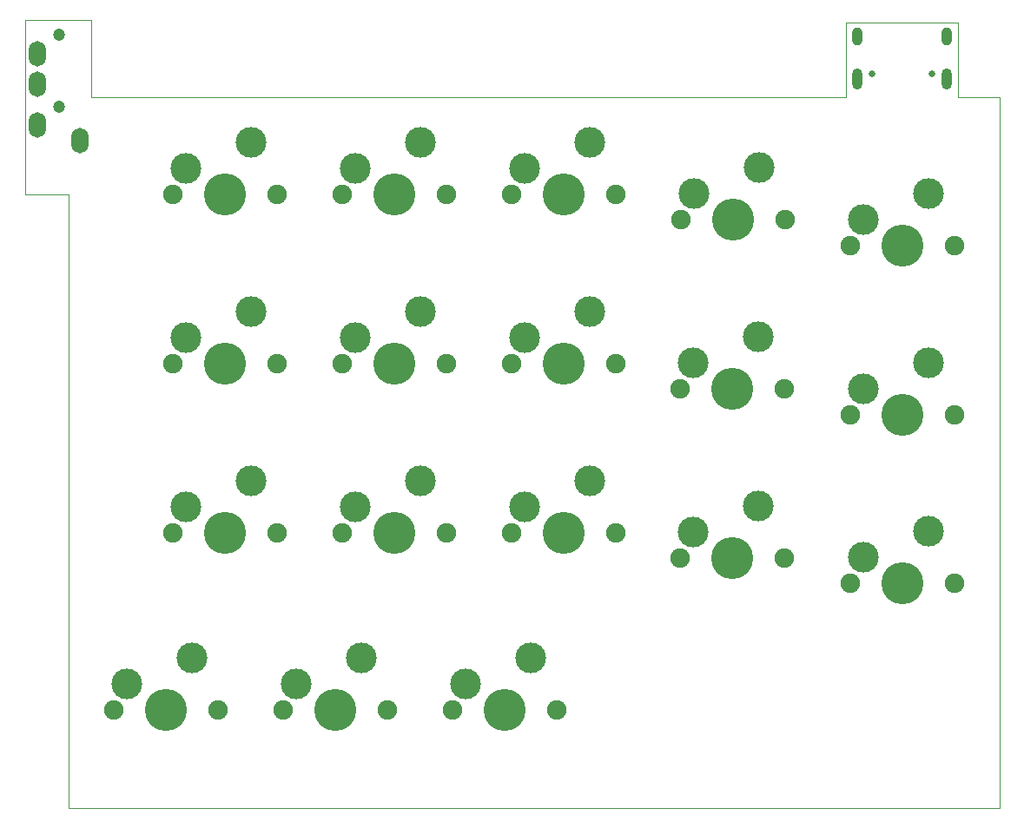
<source format=gts>
%TF.GenerationSoftware,KiCad,Pcbnew,(6.0.6)*%
%TF.CreationDate,2022-12-14T08:05:18+09:00*%
%TF.ProjectId,split-mini__right,73706c69-742d-46d6-996e-695f5f726967,rev?*%
%TF.SameCoordinates,Original*%
%TF.FileFunction,Soldermask,Top*%
%TF.FilePolarity,Negative*%
%FSLAX46Y46*%
G04 Gerber Fmt 4.6, Leading zero omitted, Abs format (unit mm)*
G04 Created by KiCad (PCBNEW (6.0.6)) date 2022-12-14 08:05:18*
%MOMM*%
%LPD*%
G01*
G04 APERTURE LIST*
%TA.AperFunction,Profile*%
%ADD10C,0.100000*%
%TD*%
%ADD11C,1.900000*%
%ADD12C,4.100000*%
%ADD13C,3.000000*%
%ADD14C,0.650000*%
%ADD15O,1.000000X1.800000*%
%ADD16O,1.000000X2.100000*%
%ADD17C,1.200000*%
%ADD18O,1.700000X2.500000*%
G04 APERTURE END LIST*
D10*
X26100000Y-26400000D02*
X26100000Y-18900000D01*
X19600000Y-18900000D02*
X19600000Y-35900000D01*
X23825000Y-95725000D02*
X114600000Y-95725000D01*
X114600000Y-26400000D02*
X110600000Y-26400000D01*
X99600000Y-19100000D02*
X99600000Y-26400000D01*
X23825000Y-35900000D02*
X19600000Y-35900000D01*
X23825000Y-35900000D02*
X23825000Y-95725000D01*
X110600000Y-19100000D02*
X99600000Y-19100000D01*
X26100000Y-18900000D02*
X19600000Y-18900000D01*
X114600000Y-95725000D02*
X114600000Y-26400000D01*
X99600000Y-26400000D02*
X26100000Y-26400000D01*
X110600000Y-26400000D02*
X110600000Y-19100000D01*
D11*
%TO.C,SW15*%
X110180000Y-73850000D03*
D12*
X105100000Y-73850000D03*
D13*
X101290000Y-71310000D03*
D11*
X100020000Y-73850000D03*
D13*
X107640000Y-68770000D03*
%TD*%
D11*
%TO.C,SW7*%
X50520000Y-52400000D03*
X60680000Y-52400000D03*
D13*
X58140000Y-47320000D03*
D12*
X55600000Y-52400000D03*
D13*
X51790000Y-49860000D03*
%TD*%
D11*
%TO.C,SW3*%
X67020000Y-35870000D03*
D13*
X68290000Y-33330000D03*
D12*
X72100000Y-35870000D03*
D13*
X74640000Y-30790000D03*
D11*
X77180000Y-35870000D03*
%TD*%
D13*
%TO.C,SW6*%
X41640000Y-47320000D03*
D11*
X34020000Y-52400000D03*
D12*
X39100000Y-52400000D03*
D11*
X44180000Y-52400000D03*
D13*
X35290000Y-49860000D03*
%TD*%
%TO.C,SW17*%
X52380000Y-81140000D03*
D11*
X44760000Y-86220000D03*
D12*
X49840000Y-86220000D03*
D13*
X46030000Y-83680000D03*
D11*
X54920000Y-86220000D03*
%TD*%
D13*
%TO.C,SW14*%
X91110000Y-66270000D03*
X84760000Y-68810000D03*
D12*
X88570000Y-71350000D03*
D11*
X93650000Y-71350000D03*
X83490000Y-71350000D03*
%TD*%
D13*
%TO.C,SW9*%
X84760000Y-52320000D03*
D12*
X88570000Y-54860000D03*
D13*
X91110000Y-49780000D03*
D11*
X93650000Y-54860000D03*
X83490000Y-54860000D03*
%TD*%
D13*
%TO.C,SW8*%
X68270000Y-49840000D03*
D11*
X67000000Y-52380000D03*
D12*
X72080000Y-52380000D03*
D13*
X74620000Y-47300000D03*
D11*
X77160000Y-52380000D03*
%TD*%
%TO.C,SW10*%
X110190000Y-57400000D03*
D12*
X105110000Y-57400000D03*
D11*
X100030000Y-57400000D03*
D13*
X101300000Y-54860000D03*
X107650000Y-52320000D03*
%TD*%
D12*
%TO.C,SW11*%
X39130000Y-68950000D03*
D13*
X35320000Y-66410000D03*
D11*
X44210000Y-68950000D03*
D13*
X41670000Y-63870000D03*
D11*
X34050000Y-68950000D03*
%TD*%
%TO.C,SW1*%
X34040000Y-35870000D03*
X44200000Y-35870000D03*
D13*
X35310000Y-33330000D03*
X41660000Y-30790000D03*
D12*
X39120000Y-35870000D03*
%TD*%
D13*
%TO.C,SW12*%
X51790000Y-66360000D03*
D11*
X60680000Y-68900000D03*
D13*
X58140000Y-63820000D03*
D11*
X50520000Y-68900000D03*
D12*
X55600000Y-68900000D03*
%TD*%
D11*
%TO.C,SW5*%
X110210000Y-40870000D03*
X100050000Y-40870000D03*
D13*
X107670000Y-35790000D03*
X101320000Y-38330000D03*
D12*
X105130000Y-40870000D03*
%TD*%
D11*
%TO.C,SW2*%
X50530000Y-35870000D03*
D12*
X55610000Y-35870000D03*
D13*
X58150000Y-30790000D03*
X51800000Y-33330000D03*
D11*
X60690000Y-35870000D03*
%TD*%
%TO.C,SW13*%
X77180000Y-68900000D03*
X67020000Y-68900000D03*
D13*
X68290000Y-66360000D03*
X74640000Y-63820000D03*
D12*
X72100000Y-68900000D03*
%TD*%
D11*
%TO.C,SW16*%
X28270000Y-86200000D03*
D13*
X35890000Y-81120000D03*
D11*
X38430000Y-86200000D03*
D13*
X29540000Y-83660000D03*
D12*
X33350000Y-86200000D03*
%TD*%
%TO.C,SW4*%
X88600000Y-38350000D03*
D11*
X93680000Y-38350000D03*
X83520000Y-38350000D03*
D13*
X84790000Y-35810000D03*
X91140000Y-33270000D03*
%TD*%
D11*
%TO.C,SW18*%
X61280000Y-86210000D03*
D13*
X68900000Y-81130000D03*
X62550000Y-83670000D03*
D11*
X71440000Y-86210000D03*
D12*
X66360000Y-86210000D03*
%TD*%
D14*
%TO.C,J1*%
X102210000Y-24140000D03*
X107990000Y-24140000D03*
D15*
X109420000Y-20460000D03*
D16*
X100780000Y-24640000D03*
X109420000Y-24640000D03*
D15*
X100780000Y-20460000D03*
%TD*%
D17*
%TO.C,J2*%
X22900000Y-27350000D03*
X22900000Y-20350000D03*
D18*
X25000000Y-30650000D03*
X20800000Y-22150000D03*
X20800000Y-25150000D03*
X20800000Y-29150000D03*
%TD*%
M02*

</source>
